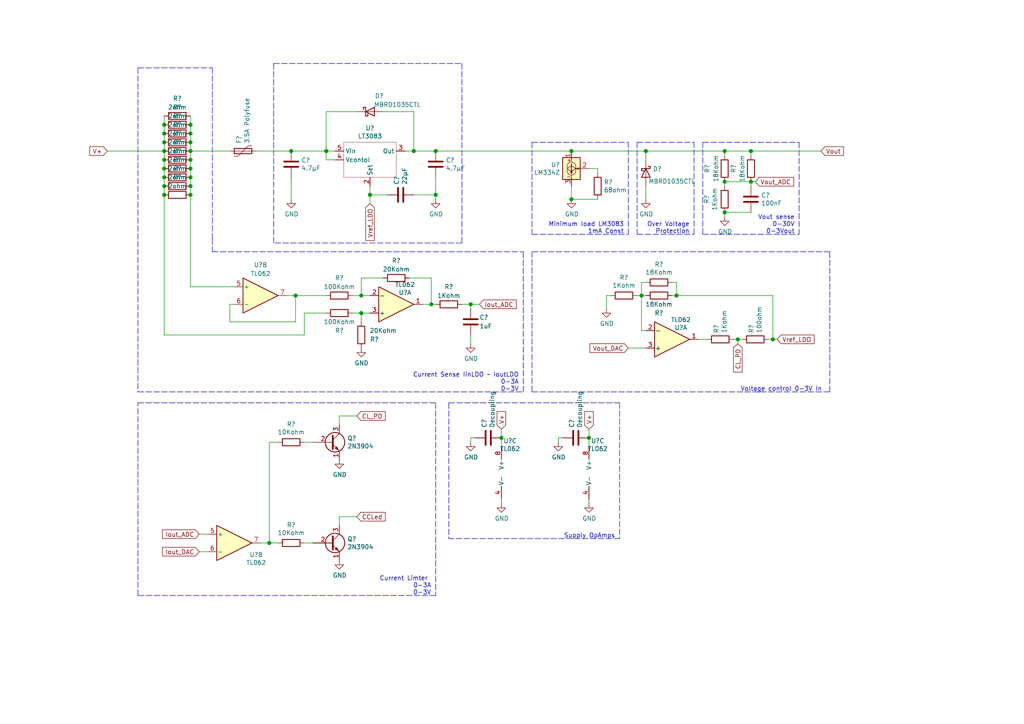
<source format=kicad_sch>
(kicad_sch (version 20210126) (generator eeschema)
  (paper "A4")
  (lib_symbols
    (symbol "01-Global-LIB:LT3083"
      (property "Reference" "U" (at 0 0 0))
      (property "Value" "LT3083" (at 0 -5.08 0))
      (symbol "LT3083_0_1"
        (rectangle (start -7.62 -2.54) (end 7.62 -12.7) (stroke (width 0.0006)))
      )
      (symbol "LT3083_1_1"
        (pin input line (at -10.16 -5.08 0) (length 2.54) (name "Vin") (number "5"))
        (pin input line (at -10.16 -7.62 0) (length 2.54) (name "Vcontol") (number "4"))
        (pin input line (at 10.16 -5.08 180) (length 2.54) (name "Out") (number "3"))
        (pin input line (at 0 -15.24 90) (length 2.54) (name "Set") (number "2"))
      )
    )
    (symbol "Amplifier_Operational:TL062" (pin_names (offset 0.127))
      (property "Reference" "U" (at 0 5.08 0))
      (property "Value" "TL062" (at 0 -5.08 0))
      (symbol "TL062_1_1"
        (polyline (pts (xy -5.08 5.08) (xy 5.08 0) (xy -5.08 -5.08) (xy -5.08 5.08)) (stroke (width 0.254)) (fill (type background)))
        (pin output line (at 7.62 0 180) (length 2.54) (name "~") (number "1"))
        (pin input line (at -7.62 -2.54 0) (length 2.54) (name "-") (number "2"))
        (pin input line (at -7.62 2.54 0) (length 2.54) (name "+") (number "3"))
      )
      (symbol "TL062_2_1"
        (polyline (pts (xy -5.08 5.08) (xy 5.08 0) (xy -5.08 -5.08) (xy -5.08 5.08)) (stroke (width 0.254)) (fill (type background)))
        (pin input line (at -7.62 2.54 0) (length 2.54) (name "+") (number "5"))
        (pin input line (at -7.62 -2.54 0) (length 2.54) (name "-") (number "6"))
        (pin output line (at 7.62 0 180) (length 2.54) (name "~") (number "7"))
      )
      (symbol "TL062_3_1"
        (pin power_in line (at -2.54 -7.62 90) (length 3.81) (name "V-") (number "4"))
        (pin power_in line (at -2.54 7.62 270) (length 3.81) (name "V+") (number "8"))
      )
    )
    (symbol "Amplifier_Operational:TL062_2" (pin_names (offset 0.127))
      (property "Reference" "U" (at 0 5.08 0))
      (property "Value" "TL062" (at 0 -5.08 0))
      (symbol "TL062_2_1_1"
        (polyline (pts (xy -5.08 5.08) (xy 5.08 0) (xy -5.08 -5.08) (xy -5.08 5.08)) (stroke (width 0.254)) (fill (type background)))
        (pin output line (at 7.62 0 180) (length 2.54) (name "~") (number "1"))
        (pin input line (at -7.62 -2.54 0) (length 2.54) (name "-") (number "2"))
        (pin input line (at -7.62 2.54 0) (length 2.54) (name "+") (number "3"))
      )
      (symbol "TL062_2_2_1"
        (polyline (pts (xy -5.08 5.08) (xy 5.08 0) (xy -5.08 -5.08) (xy -5.08 5.08)) (stroke (width 0.254)) (fill (type background)))
        (pin input line (at -7.62 2.54 0) (length 2.54) (name "+") (number "5"))
        (pin input line (at -7.62 -2.54 0) (length 2.54) (name "-") (number "6"))
        (pin output line (at 7.62 0 180) (length 2.54) (name "~") (number "7"))
      )
      (symbol "TL062_2_3_1"
        (pin power_in line (at -2.54 -7.62 90) (length 3.81) (name "V-") (number "4"))
        (pin power_in line (at -2.54 7.62 270) (length 3.81) (name "V+") (number "8"))
      )
    )
    (symbol "Amplifier_Operational:TL062_3" (pin_names (offset 0.127))
      (property "Reference" "U" (at 0 5.08 0))
      (property "Value" "TL062" (at 0 -5.08 0))
      (symbol "TL062_3_1_1"
        (polyline (pts (xy -5.08 5.08) (xy 5.08 0) (xy -5.08 -5.08) (xy -5.08 5.08)) (stroke (width 0.254)) (fill (type background)))
        (pin output line (at 7.62 0 180) (length 2.54) (name "~") (number "1"))
        (pin input line (at -7.62 -2.54 0) (length 2.54) (name "-") (number "2"))
        (pin input line (at -7.62 2.54 0) (length 2.54) (name "+") (number "3"))
      )
      (symbol "TL062_3_2_1"
        (polyline (pts (xy -5.08 5.08) (xy 5.08 0) (xy -5.08 -5.08) (xy -5.08 5.08)) (stroke (width 0.254)) (fill (type background)))
        (pin input line (at -7.62 2.54 0) (length 2.54) (name "+") (number "5"))
        (pin input line (at -7.62 -2.54 0) (length 2.54) (name "-") (number "6"))
        (pin output line (at 7.62 0 180) (length 2.54) (name "~") (number "7"))
      )
      (symbol "TL062_3_3_1"
        (pin power_in line (at -2.54 -7.62 90) (length 3.81) (name "V-") (number "4"))
        (pin power_in line (at -2.54 7.62 270) (length 3.81) (name "V+") (number "8"))
      )
    )
    (symbol "Amplifier_Operational:TL062_4" (pin_names (offset 0.127))
      (property "Reference" "U" (at 0 5.08 0))
      (property "Value" "TL062" (at 0 -5.08 0))
      (symbol "TL062_4_1_1"
        (polyline (pts (xy -5.08 5.08) (xy 5.08 0) (xy -5.08 -5.08) (xy -5.08 5.08)) (stroke (width 0.254)) (fill (type background)))
        (pin output line (at 7.62 0 180) (length 2.54) (name "~") (number "1"))
        (pin input line (at -7.62 -2.54 0) (length 2.54) (name "-") (number "2"))
        (pin input line (at -7.62 2.54 0) (length 2.54) (name "+") (number "3"))
      )
      (symbol "TL062_4_2_1"
        (polyline (pts (xy -5.08 5.08) (xy 5.08 0) (xy -5.08 -5.08) (xy -5.08 5.08)) (stroke (width 0.254)) (fill (type background)))
        (pin input line (at -7.62 2.54 0) (length 2.54) (name "+") (number "5"))
        (pin input line (at -7.62 -2.54 0) (length 2.54) (name "-") (number "6"))
        (pin output line (at 7.62 0 180) (length 2.54) (name "~") (number "7"))
      )
      (symbol "TL062_4_3_1"
        (pin power_in line (at -2.54 -7.62 90) (length 3.81) (name "V-") (number "4"))
        (pin power_in line (at -2.54 7.62 270) (length 3.81) (name "V+") (number "8"))
      )
    )
    (symbol "Device:C" (pin_numbers hide) (pin_names (offset 0.254))
      (property "Reference" "C" (at 0.635 2.54 0))
      (property "Value" "C" (at 0.635 -2.54 0))
      (symbol "C_0_1"
        (polyline (pts (xy -2.032 -0.762) (xy 2.032 -0.762)) (stroke (width 0.508)))
        (polyline (pts (xy -2.032 0.762) (xy 2.032 0.762)) (stroke (width 0.508)))
      )
      (symbol "C_1_1"
        (pin passive line (at 0 3.81 270) (length 2.794) (name "~") (number "1"))
        (pin passive line (at 0 -3.81 90) (length 2.794) (name "~") (number "2"))
      )
    )
    (symbol "Device:D_Schottky" (pin_numbers hide) (pin_names (offset 1.016) hide)
      (property "Reference" "D" (at 0 2.54 0))
      (property "Value" "D_Schottky" (at 0 -2.54 0))
      (symbol "D_Schottky_0_1"
        (polyline (pts (xy 1.27 0) (xy -1.27 0)))
        (polyline (pts (xy 1.27 1.27) (xy 1.27 -1.27) (xy -1.27 0) (xy 1.27 1.27)) (stroke (width 0.254)))
        (polyline (pts (xy -1.905 0.635) (xy -1.905 1.27) (xy -1.27 1.27) (xy -1.27 -1.27) (xy -0.635 -1.27) (xy -0.635 -0.635)) (stroke (width 0.254)))
      )
      (symbol "D_Schottky_1_1"
        (pin passive line (at -3.81 0 0) (length 2.54) (name "K") (number "1"))
        (pin passive line (at 3.81 0 180) (length 2.54) (name "A") (number "2"))
      )
    )
    (symbol "Device:Polyfuse" (pin_numbers hide) (pin_names (offset 0))
      (property "Reference" "F" (at -2.54 0 90))
      (property "Value" "Polyfuse" (at 2.54 0 90))
      (symbol "Polyfuse_0_1"
        (rectangle (start -0.762 2.54) (end 0.762 -2.54) (stroke (width 0.254)))
        (polyline (pts (xy 0 2.54) (xy 0 -2.54)))
        (polyline (pts (xy -1.524 2.54) (xy -1.524 1.524) (xy 1.524 -1.524) (xy 1.524 -2.54)))
      )
      (symbol "Polyfuse_1_1"
        (pin passive line (at 0 3.81 270) (length 1.27) (name "~") (number "1"))
        (pin passive line (at 0 -3.81 90) (length 1.27) (name "~") (number "2"))
      )
    )
    (symbol "Device:R" (pin_numbers hide) (pin_names (offset 0))
      (property "Reference" "R" (at 2.032 0 90))
      (property "Value" "R" (at 0 0 90))
      (symbol "R_0_1"
        (rectangle (start -1.016 -2.54) (end 1.016 2.54) (stroke (width 0.254)))
      )
      (symbol "R_1_1"
        (pin passive line (at 0 3.81 270) (length 1.27) (name "~") (number "1"))
        (pin passive line (at 0 -3.81 90) (length 1.27) (name "~") (number "2"))
      )
    )
    (symbol "Reference_Current:LM334Z"
      (property "Reference" "U" (at 0.635 6.35 0))
      (property "Value" "LM334Z" (at 0.635 4.445 0))
      (symbol "LM334Z_0_1"
        (circle (center 0 -0.635) (radius 1.27))
        (circle (center 0 0.635) (radius 1.27))
        (rectangle (start -2.54 3.175) (end 2.54 -3.175) (stroke (width 0.254)) (fill (type background)))
        (polyline (pts (xy -1.143 -2.413) (xy -0.381 -2.413)))
        (polyline (pts (xy -1.016 2.413) (xy -0.254 2.413)))
        (polyline (pts (xy -0.635 2.794) (xy -0.635 2.032)))
        (polyline (pts (xy 0 -1.905) (xy 0 -5.08)))
        (polyline (pts (xy 0 1.397) (xy 0 -1.397)) (stroke (width 0.254)))
        (polyline (pts (xy 0 5.08) (xy 0 1.905)))
        (polyline (pts (xy 2.54 0) (xy 1.27 0)))
        (polyline (pts (xy 0 -1.397) (xy -0.254 -0.889) (xy 0.254 -0.889) (xy 0 -1.397)) (stroke (width 0.254)))
        (polyline (pts (xy 1.27 0) (xy 2.159 0.254) (xy 2.159 -0.254) (xy 1.27 0)))
      )
      (symbol "LM334Z_1_1"
        (pin passive line (at 0 5.08 270) (length 2.54) (name "~") (number "1"))
        (pin passive line (at 5.08 0 180) (length 2.54) (name "~") (number "2"))
        (pin passive line (at 0 -5.08 90) (length 2.54) (name "~") (number "3"))
      )
    )
    (symbol "Transistor_BJT:2N3904" (pin_names (offset 0) hide)
      (property "Reference" "Q" (at 5.08 1.905 0))
      (property "Value" "2N3904" (at 5.08 0 0))
      (symbol "2N3904_0_1"
        (circle (center 1.27 0) (radius 2.8194) (stroke (width 0.254)))
        (polyline (pts (xy 0.635 0.635) (xy 2.54 2.54)))
        (polyline (pts (xy 0.635 -0.635) (xy 2.54 -2.54) (xy 2.54 -2.54)))
        (polyline (pts (xy 0.635 1.905) (xy 0.635 -1.905) (xy 0.635 -1.905)) (stroke (width 0.508)))
        (polyline (pts (xy 1.27 -1.778) (xy 1.778 -1.27) (xy 2.286 -2.286) (xy 1.27 -1.778) (xy 1.27 -1.778)) (fill (type outline)))
      )
      (symbol "2N3904_1_1"
        (pin passive line (at 2.54 -5.08 90) (length 2.54) (name "E") (number "1"))
        (pin passive line (at -5.08 0 0) (length 5.715) (name "B") (number "2"))
        (pin passive line (at 2.54 5.08 270) (length 2.54) (name "C") (number "3"))
      )
    )
    (symbol "power:GND" (power) (pin_names (offset 0))
      (property "Value" "GND" (at 0 -3.81 0))
      (symbol "GND_0_1"
        (polyline (pts (xy 0 0) (xy 0 -1.27) (xy 1.27 -1.27) (xy 0 -2.54) (xy -1.27 -1.27) (xy 0 -1.27)))
      )
      (symbol "GND_1_1"
        (pin power_in line (at 0 0 270) (length 0) hide (name "GND") (number "1"))
      )
    )
  )
  (junction (at 47.625 36.195) (diameter 1.016))
  (junction (at 47.625 38.735) (diameter 1.016))
  (junction (at 47.625 41.275) (diameter 1.016))
  (junction (at 47.625 43.815) (diameter 1.016))
  (junction (at 47.625 46.355) (diameter 1.016))
  (junction (at 47.625 48.895) (diameter 1.016))
  (junction (at 47.625 51.435) (diameter 1.016))
  (junction (at 47.625 53.975) (diameter 1.016))
  (junction (at 47.625 56.515) (diameter 1.016))
  (junction (at 55.245 36.195) (diameter 1.016))
  (junction (at 55.245 38.735) (diameter 1.016))
  (junction (at 55.245 41.275) (diameter 1.016))
  (junction (at 55.245 43.815) (diameter 1.016))
  (junction (at 55.245 46.355) (diameter 1.016))
  (junction (at 55.245 48.895) (diameter 1.016))
  (junction (at 55.245 51.435) (diameter 1.016))
  (junction (at 55.245 53.975) (diameter 1.016))
  (junction (at 55.245 56.515) (diameter 1.016))
  (junction (at 78.105 157.48) (diameter 1.016))
  (junction (at 84.455 43.815) (diameter 1.016))
  (junction (at 85.725 85.725) (diameter 1.016))
  (junction (at 94.615 43.815) (diameter 1.016))
  (junction (at 104.775 85.725) (diameter 1.016))
  (junction (at 104.775 90.805) (diameter 1.016))
  (junction (at 107.315 56.515) (diameter 1.016))
  (junction (at 120.015 43.815) (diameter 1.016))
  (junction (at 125.095 88.265) (diameter 1.016))
  (junction (at 126.365 43.815) (diameter 1.016))
  (junction (at 126.365 56.515) (diameter 1.016))
  (junction (at 136.525 88.265) (diameter 1.016))
  (junction (at 145.415 127) (diameter 1.016))
  (junction (at 165.735 43.815) (diameter 1.016))
  (junction (at 165.735 57.785) (diameter 1.016))
  (junction (at 170.815 127) (diameter 1.016))
  (junction (at 186.055 85.725) (diameter 1.016))
  (junction (at 187.325 43.815) (diameter 1.016))
  (junction (at 196.215 85.725) (diameter 1.016))
  (junction (at 210.185 43.815) (diameter 1.016))
  (junction (at 210.185 52.705) (diameter 1.016))
  (junction (at 210.185 61.595) (diameter 1.016))
  (junction (at 213.995 98.425) (diameter 1.016))
  (junction (at 217.805 43.815) (diameter 1.016))
  (junction (at 217.805 52.705) (diameter 1.016))
  (junction (at 224.155 98.425) (diameter 1.016))
  (wire (pts (xy 31.115 43.815) (xy 47.625 43.815)))
  (wire (pts (xy 47.625 33.655) (xy 47.625 36.195)))
  (wire (pts (xy 47.625 36.195) (xy 47.625 38.735)))
  (wire (pts (xy 47.625 38.735) (xy 47.625 41.275)))
  (wire (pts (xy 47.625 41.275) (xy 47.625 43.815)))
  (wire (pts (xy 47.625 43.815) (xy 47.625 46.355)))
  (wire (pts (xy 47.625 46.355) (xy 47.625 48.895)))
  (wire (pts (xy 47.625 48.895) (xy 47.625 51.435)))
  (wire (pts (xy 47.625 51.435) (xy 47.625 53.975)))
  (wire (pts (xy 47.625 53.975) (xy 47.625 56.515)))
  (wire (pts (xy 47.625 56.515) (xy 47.625 97.155)))
  (wire (pts (xy 47.625 97.155) (xy 88.265 97.155)))
  (wire (pts (xy 55.245 33.655) (xy 55.245 36.195)))
  (wire (pts (xy 55.245 36.195) (xy 55.245 38.735)))
  (wire (pts (xy 55.245 38.735) (xy 55.245 41.275)))
  (wire (pts (xy 55.245 41.275) (xy 55.245 43.815)))
  (wire (pts (xy 55.245 43.815) (xy 55.245 46.355)))
  (wire (pts (xy 55.245 43.815) (xy 66.675 43.815)))
  (wire (pts (xy 55.245 46.355) (xy 55.245 48.895)))
  (wire (pts (xy 55.245 48.895) (xy 55.245 51.435)))
  (wire (pts (xy 55.245 51.435) (xy 55.245 53.975)))
  (wire (pts (xy 55.245 53.975) (xy 55.245 56.515)))
  (wire (pts (xy 55.245 56.515) (xy 55.245 83.185)))
  (wire (pts (xy 55.245 83.185) (xy 67.945 83.185)))
  (wire (pts (xy 57.785 154.94) (xy 60.325 154.94)))
  (wire (pts (xy 57.785 160.02) (xy 60.325 160.02)))
  (wire (pts (xy 66.675 88.265) (xy 66.675 93.345)))
  (wire (pts (xy 66.675 93.345) (xy 85.725 93.345)))
  (wire (pts (xy 67.945 88.265) (xy 66.675 88.265)))
  (wire (pts (xy 74.295 43.815) (xy 84.455 43.815)))
  (wire (pts (xy 78.105 128.27) (xy 78.105 157.48)))
  (wire (pts (xy 78.105 157.48) (xy 75.565 157.48)))
  (wire (pts (xy 78.105 157.48) (xy 80.645 157.48)))
  (wire (pts (xy 80.645 128.27) (xy 78.105 128.27)))
  (wire (pts (xy 83.185 85.725) (xy 85.725 85.725)))
  (wire (pts (xy 84.455 43.815) (xy 94.615 43.815)))
  (wire (pts (xy 84.455 51.435) (xy 84.455 57.785)))
  (wire (pts (xy 85.725 85.725) (xy 94.615 85.725)))
  (wire (pts (xy 85.725 93.345) (xy 85.725 85.725)))
  (wire (pts (xy 88.265 90.805) (xy 88.265 97.155)))
  (wire (pts (xy 88.265 128.27) (xy 90.805 128.27)))
  (wire (pts (xy 88.265 157.48) (xy 90.805 157.48)))
  (wire (pts (xy 94.615 32.385) (xy 94.615 43.815)))
  (wire (pts (xy 94.615 43.815) (xy 94.615 46.355)))
  (wire (pts (xy 94.615 43.815) (xy 97.155 43.815)))
  (wire (pts (xy 94.615 46.355) (xy 97.155 46.355)))
  (wire (pts (xy 94.615 90.805) (xy 88.265 90.805)))
  (wire (pts (xy 98.425 120.65) (xy 103.505 120.65)))
  (wire (pts (xy 98.425 123.19) (xy 98.425 120.65)))
  (wire (pts (xy 98.425 149.86) (xy 103.505 149.86)))
  (wire (pts (xy 98.425 152.4) (xy 98.425 149.86)))
  (wire (pts (xy 102.235 85.725) (xy 104.775 85.725)))
  (wire (pts (xy 102.235 90.805) (xy 104.775 90.805)))
  (wire (pts (xy 103.505 32.385) (xy 94.615 32.385)))
  (wire (pts (xy 104.775 80.645) (xy 104.775 85.725)))
  (wire (pts (xy 104.775 85.725) (xy 107.315 85.725)))
  (wire (pts (xy 104.775 90.805) (xy 104.775 93.345)))
  (wire (pts (xy 104.775 90.805) (xy 107.315 90.805)))
  (wire (pts (xy 107.315 53.975) (xy 107.315 56.515)))
  (wire (pts (xy 107.315 56.515) (xy 107.315 59.055)))
  (wire (pts (xy 107.315 56.515) (xy 112.395 56.515)))
  (wire (pts (xy 111.125 32.385) (xy 120.015 32.385)))
  (wire (pts (xy 111.125 80.645) (xy 104.775 80.645)))
  (wire (pts (xy 117.475 43.815) (xy 120.015 43.815)))
  (wire (pts (xy 118.745 80.645) (xy 125.095 80.645)))
  (wire (pts (xy 120.015 43.815) (xy 120.015 32.385)))
  (wire (pts (xy 120.015 43.815) (xy 126.365 43.815)))
  (wire (pts (xy 120.015 56.515) (xy 126.365 56.515)))
  (wire (pts (xy 122.555 88.265) (xy 125.095 88.265)))
  (wire (pts (xy 125.095 80.645) (xy 125.095 88.265)))
  (wire (pts (xy 125.095 88.265) (xy 126.365 88.265)))
  (wire (pts (xy 126.365 51.435) (xy 126.365 56.515)))
  (wire (pts (xy 126.365 56.515) (xy 126.365 57.785)))
  (wire (pts (xy 133.985 88.265) (xy 136.525 88.265)))
  (wire (pts (xy 136.525 88.265) (xy 136.525 89.535)))
  (wire (pts (xy 136.525 88.265) (xy 139.065 88.265)))
  (wire (pts (xy 136.525 97.155) (xy 136.525 99.695)))
  (wire (pts (xy 136.525 127) (xy 137.795 127)))
  (wire (pts (xy 136.525 128.27) (xy 136.525 127)))
  (wire (pts (xy 145.415 124.46) (xy 145.415 127)))
  (wire (pts (xy 145.415 127) (xy 145.415 129.54)))
  (wire (pts (xy 145.415 144.78) (xy 145.415 146.05)))
  (wire (pts (xy 161.925 127) (xy 163.195 127)))
  (wire (pts (xy 161.925 128.27) (xy 161.925 127)))
  (wire (pts (xy 165.735 43.815) (xy 126.365 43.815)))
  (wire (pts (xy 165.735 53.975) (xy 165.735 57.785)))
  (wire (pts (xy 165.735 57.785) (xy 173.355 57.785)))
  (wire (pts (xy 170.815 48.895) (xy 173.355 48.895)))
  (wire (pts (xy 170.815 124.46) (xy 170.815 127)))
  (wire (pts (xy 170.815 127) (xy 170.815 129.54)))
  (wire (pts (xy 170.815 144.78) (xy 170.815 146.05)))
  (wire (pts (xy 173.355 48.895) (xy 173.355 50.165)))
  (wire (pts (xy 175.895 85.725) (xy 175.895 89.535)))
  (wire (pts (xy 175.895 85.725) (xy 177.165 85.725)))
  (wire (pts (xy 182.245 100.965) (xy 187.325 100.965)))
  (wire (pts (xy 184.785 85.725) (xy 186.055 85.725)))
  (wire (pts (xy 186.055 81.915) (xy 186.055 85.725)))
  (wire (pts (xy 186.055 85.725) (xy 186.055 95.885)))
  (wire (pts (xy 186.055 85.725) (xy 187.325 85.725)))
  (wire (pts (xy 186.055 95.885) (xy 187.325 95.885)))
  (wire (pts (xy 187.325 43.815) (xy 165.735 43.815)))
  (wire (pts (xy 187.325 43.815) (xy 187.325 46.355)))
  (wire (pts (xy 187.325 43.815) (xy 210.185 43.815)))
  (wire (pts (xy 187.325 53.975) (xy 187.325 57.785)))
  (wire (pts (xy 187.325 81.915) (xy 186.055 81.915)))
  (wire (pts (xy 194.945 85.725) (xy 196.215 85.725)))
  (wire (pts (xy 196.215 81.915) (xy 194.945 81.915)))
  (wire (pts (xy 196.215 85.725) (xy 196.215 81.915)))
  (wire (pts (xy 202.565 98.425) (xy 205.105 98.425)))
  (wire (pts (xy 210.185 43.815) (xy 210.185 45.085)))
  (wire (pts (xy 210.185 43.815) (xy 217.805 43.815)))
  (wire (pts (xy 210.185 52.705) (xy 217.805 52.705)))
  (wire (pts (xy 210.185 53.975) (xy 210.185 52.705)))
  (wire (pts (xy 210.185 61.595) (xy 210.185 62.865)))
  (wire (pts (xy 212.725 98.425) (xy 213.995 98.425)))
  (wire (pts (xy 213.995 98.425) (xy 213.995 99.695)))
  (wire (pts (xy 213.995 98.425) (xy 215.265 98.425)))
  (wire (pts (xy 217.805 43.815) (xy 217.805 45.085)))
  (wire (pts (xy 217.805 43.815) (xy 238.125 43.815)))
  (wire (pts (xy 217.805 52.705) (xy 217.805 53.975)))
  (wire (pts (xy 217.805 52.705) (xy 219.075 52.705)))
  (wire (pts (xy 217.805 61.595) (xy 210.185 61.595)))
  (wire (pts (xy 222.885 98.425) (xy 224.155 98.425)))
  (wire (pts (xy 224.155 85.725) (xy 196.215 85.725)))
  (wire (pts (xy 224.155 85.725) (xy 224.155 98.425)))
  (wire (pts (xy 224.155 98.425) (xy 225.425 98.425)))
  (polyline (pts (xy 40.005 19.685) (xy 40.005 113.665)) (stroke (width 0) (type dash)))
  (polyline (pts (xy 40.005 19.685) (xy 61.595 19.685)) (stroke (width 0) (type dash)))
  (polyline (pts (xy 40.005 113.665) (xy 151.765 113.665)) (stroke (width 0) (type dash)))
  (polyline (pts (xy 40.005 116.84) (xy 126.365 116.84)) (stroke (width 0) (type dash)))
  (polyline (pts (xy 40.005 172.72) (xy 40.005 116.84)) (stroke (width 0) (type dash)))
  (polyline (pts (xy 61.595 19.685) (xy 61.595 69.215)) (stroke (width 0) (type dash)))
  (polyline (pts (xy 61.595 69.215) (xy 61.595 73.025)) (stroke (width 0) (type dash)))
  (polyline (pts (xy 61.595 73.025) (xy 151.765 73.025)) (stroke (width 0) (type dash)))
  (polyline (pts (xy 79.375 18.415) (xy 79.375 70.485)) (stroke (width 0) (type dash)))
  (polyline (pts (xy 79.375 18.415) (xy 133.985 18.415)) (stroke (width 0) (type dash)))
  (polyline (pts (xy 126.365 116.84) (xy 126.365 172.72)) (stroke (width 0) (type dash)))
  (polyline (pts (xy 126.365 172.72) (xy 40.005 172.72)) (stroke (width 0) (type dash)))
  (polyline (pts (xy 130.175 116.84) (xy 130.175 156.21)) (stroke (width 0) (type dash)))
  (polyline (pts (xy 130.175 116.84) (xy 179.705 116.84)) (stroke (width 0) (type dash)))
  (polyline (pts (xy 133.985 18.415) (xy 133.985 70.485)) (stroke (width 0) (type dash)))
  (polyline (pts (xy 133.985 70.485) (xy 79.375 70.485)) (stroke (width 0) (type dash)))
  (polyline (pts (xy 151.765 113.665) (xy 151.765 73.025)) (stroke (width 0) (type dash)))
  (polyline (pts (xy 154.305 41.275) (xy 154.305 67.945)) (stroke (width 0) (type dash)))
  (polyline (pts (xy 154.305 41.275) (xy 182.245 41.275)) (stroke (width 0) (type dash)))
  (polyline (pts (xy 154.305 67.945) (xy 182.245 67.945)) (stroke (width 0) (type dash)))
  (polyline (pts (xy 154.305 73.025) (xy 154.305 113.665)) (stroke (width 0) (type dash)))
  (polyline (pts (xy 154.305 113.665) (xy 240.665 113.665)) (stroke (width 0) (type dash)))
  (polyline (pts (xy 179.705 116.84) (xy 179.705 156.21)) (stroke (width 0) (type dash)))
  (polyline (pts (xy 179.705 156.21) (xy 130.175 156.21)) (stroke (width 0) (type dash)))
  (polyline (pts (xy 182.245 67.945) (xy 182.245 41.275)) (stroke (width 0) (type dash)))
  (polyline (pts (xy 184.785 41.275) (xy 184.785 67.945)) (stroke (width 0) (type dash)))
  (polyline (pts (xy 184.785 41.275) (xy 201.295 41.275)) (stroke (width 0) (type dash)))
  (polyline (pts (xy 184.785 67.945) (xy 201.295 67.945)) (stroke (width 0) (type dash)))
  (polyline (pts (xy 201.295 67.945) (xy 201.295 41.275)) (stroke (width 0) (type dash)))
  (polyline (pts (xy 203.835 41.275) (xy 231.775 41.275)) (stroke (width 0) (type dash)))
  (polyline (pts (xy 203.835 67.945) (xy 203.835 41.275)) (stroke (width 0) (type dash)))
  (polyline (pts (xy 203.835 67.945) (xy 231.775 67.945)) (stroke (width 0) (type dash)))
  (polyline (pts (xy 231.775 41.275) (xy 231.775 67.945)) (stroke (width 0) (type dash)))
  (polyline (pts (xy 240.665 73.025) (xy 154.305 73.025)) (stroke (width 0) (type dash)))
  (polyline (pts (xy 240.665 113.665) (xy 240.665 73.025)) (stroke (width 0) (type dash)))
  (text "Current Limter \n0-3A\n0-3V\n" (at 125.095 172.72 180) (effects (font (size 1.27 1.27)) (justify right bottom)))
  (text "Current Sense IinLDO ~~ IoutLDO\n0-3A\n0-3V\n" (at 150.495 113.665 180) (effects (font (size 1.27 1.27)) (justify right bottom)))
  (text "Supply OpAmps\n" (at 178.435 156.21 180) (effects (font (size 1.27 1.27)) (justify right bottom)))
  (text "Minimum load LM3083\n1mA Const\n" (at 180.975 67.945 180) (effects (font (size 1.27 1.27)) (justify right bottom)))
  (text "Over Voltage\nProtection" (at 200.025 67.945 180) (effects (font (size 1.27 1.27)) (justify right bottom)))
  (text "Vout sense\n0-30V\n0-3Vout\n" (at 230.505 67.945 180) (effects (font (size 1.27 1.27)) (justify right bottom)))
  (text "Voltage control 0-3V In \n" (at 239.395 113.665 180) (effects (font (size 1.27 1.27)) (justify right bottom)))
  (text "\n" (at 248.285 165.735 180) (effects (font (size 1.27 1.27)) (justify right bottom)))
  (global_label "V+" (shape input) (at 31.115 43.815 180) (property "Intersheet References" "${INTERSHEET_REFS}" (effects hide)))
  (global_label "Iout_ADC" (shape input) (at 57.785 154.94 180) (property "Intersheet References" "${INTERSHEET_REFS}" (effects hide)))
  (global_label "Iout_DAC" (shape input) (at 57.785 160.02 180) (property "Intersheet References" "${INTERSHEET_REFS}" (effects hide)))
  (global_label "CL_PD" (shape input) (at 103.505 120.65 0) (property "Intersheet References" "${INTERSHEET_REFS}" (effects hide)))
  (global_label "CCLed" (shape input) (at 103.505 149.86 0) (property "Intersheet References" "${INTERSHEET_REFS}" (effects hide)))
  (global_label "Vref_LDO" (shape input) (at 107.315 59.055 270) (property "Intersheet References" "${INTERSHEET_REFS}" (effects hide)))
  (global_label "Iout_ADC" (shape input) (at 139.065 88.265 0) (property "Intersheet References" "${INTERSHEET_REFS}" (effects hide)))
  (global_label "V+" (shape input) (at 145.415 124.46 90) (property "Intersheet References" "${INTERSHEET_REFS}" (effects hide)))
  (global_label "V+" (shape input) (at 170.815 124.46 90) (property "Intersheet References" "${INTERSHEET_REFS}" (effects hide)))
  (global_label "Vout_DAC" (shape input) (at 182.245 100.965 180) (property "Intersheet References" "${INTERSHEET_REFS}" (effects hide)))
  (global_label "CL_PD" (shape input) (at 213.995 99.695 270) (property "Intersheet References" "${INTERSHEET_REFS}" (effects hide)))
  (global_label "Vout_ADC" (shape input) (at 219.075 52.705 0) (property "Intersheet References" "${INTERSHEET_REFS}" (effects hide)))
  (global_label "Vref_LDO" (shape input) (at 225.425 98.425 0) (property "Intersheet References" "${INTERSHEET_REFS}" (effects hide)))
  (global_label "Vout" (shape input) (at 238.125 43.815 0) (property "Intersheet References" "${INTERSHEET_REFS}" (effects hide)))
  (symbol (lib_id "power:GND") (at 84.455 57.785 0) (unit 1)
    (property "Reference" "#PWR?" (effects hide))
    (property "Value" "GND" (at 84.5693 62.1094 0))
  )
  (symbol (lib_id "power:GND") (at 98.425 133.35 0) (unit 1)
    (property "Reference" "#PWR?" (effects hide))
    (property "Value" "GND" (at 98.5393 137.6744 0))
  )
  (symbol (lib_id "power:GND") (at 98.425 162.56 0) (unit 1)
    (property "Reference" "#PWR?" (effects hide))
    (property "Value" "GND" (at 98.5393 166.8844 0))
  )
  (symbol (lib_id "power:GND") (at 104.775 100.965 0) (unit 1)
    (property "Reference" "#PWR?" (effects hide))
    (property "Value" "GND" (at 104.8893 105.2894 0))
  )
  (symbol (lib_id "power:GND") (at 126.365 57.785 0) (unit 1)
    (property "Reference" "#PWR?" (effects hide))
    (property "Value" "GND" (at 126.4793 62.1094 0))
  )
  (symbol (lib_id "power:GND") (at 136.525 99.695 0) (unit 1)
    (property "Reference" "#PWR?" (effects hide))
    (property "Value" "GND" (at 136.6393 104.0194 0))
  )
  (symbol (lib_id "power:GND") (at 136.525 128.27 0) (unit 1)
    (property "Reference" "#PWR?" (effects hide))
    (property "Value" "GND" (at 136.6393 132.5944 0))
  )
  (symbol (lib_id "power:GND") (at 145.415 146.05 0) (unit 1)
    (property "Reference" "#PWR?" (effects hide))
    (property "Value" "GND" (at 145.5293 150.3744 0))
  )
  (symbol (lib_id "power:GND") (at 161.925 128.27 0) (unit 1)
    (property "Reference" "#PWR?" (effects hide))
    (property "Value" "GND" (at 162.0393 132.5944 0))
  )
  (symbol (lib_id "power:GND") (at 165.735 57.785 0) (unit 1)
    (property "Reference" "#PWR?" (effects hide))
    (property "Value" "GND" (at 165.8493 62.1094 0))
  )
  (symbol (lib_id "power:GND") (at 170.815 146.05 0) (unit 1)
    (property "Reference" "#PWR?" (effects hide))
    (property "Value" "GND" (at 170.9293 150.3744 0))
  )
  (symbol (lib_id "power:GND") (at 175.895 89.535 0) (unit 1)
    (property "Reference" "#PWR?" (effects hide))
    (property "Value" "GND" (at 176.0093 93.8594 0))
  )
  (symbol (lib_id "power:GND") (at 187.325 57.785 0) (unit 1)
    (property "Reference" "#PWR?" (effects hide))
    (property "Value" "GND" (at 187.4393 62.1094 0))
  )
  (symbol (lib_id "power:GND") (at 210.185 62.865 0) (unit 1)
    (property "Reference" "#PWR?" (effects hide))
    (property "Value" "GND" (at 210.2993 67.1894 0))
  )
  (symbol (lib_id "Device:R") (at 51.435 33.655 90) (unit 1)
    (property "Reference" "R?" (at 51.435 28.575 90))
    (property "Value" "2ohm" (at 51.435 31.115 90))
    (property "Footprint" "Resistor_SMD:R_0805_2012Metric_Pad1.20x1.40mm_HandSolder" (effects hide))
    (property "Buylink" "C304864" (effects hide))
    (property "Orderd" "100" (effects hide))
  )
  (symbol (lib_id "Device:R") (at 51.435 36.195 90) (unit 1)
    (property "Reference" "R?" (at 51.435 31.115 90))
    (property "Value" "2ohm" (at 51.435 33.655 90))
    (property "Footprint" "Resistor_SMD:R_0805_2012Metric_Pad1.20x1.40mm_HandSolder" (effects hide))
    (property "Buylink" "C304864" (effects hide))
    (property "Orderd" "100" (effects hide))
  )
  (symbol (lib_id "Device:R") (at 51.435 38.735 90) (unit 1)
    (property "Reference" "R?" (at 51.435 33.655 90))
    (property "Value" "2ohm" (at 51.435 36.195 90))
    (property "Footprint" "Resistor_SMD:R_0805_2012Metric_Pad1.20x1.40mm_HandSolder" (effects hide))
    (property "Buylink" "C304864" (effects hide))
    (property "Orderd" "100" (effects hide))
  )
  (symbol (lib_id "Device:R") (at 51.435 41.275 90) (unit 1)
    (property "Reference" "R?" (at 51.435 36.195 90))
    (property "Value" "2ohm" (at 51.435 38.735 90))
    (property "Footprint" "Resistor_SMD:R_0805_2012Metric_Pad1.20x1.40mm_HandSolder" (effects hide))
    (property "Buylink" "C304864" (effects hide))
    (property "Orderd" "100" (effects hide))
  )
  (symbol (lib_id "Device:R") (at 51.435 43.815 90) (unit 1)
    (property "Reference" "R?" (at 51.435 38.735 90))
    (property "Value" "2ohm" (at 51.435 41.275 90))
    (property "Footprint" "Resistor_SMD:R_0805_2012Metric_Pad1.20x1.40mm_HandSolder" (effects hide))
    (property "Buylink" "C304864" (effects hide))
    (property "Orderd" "100" (effects hide))
  )
  (symbol (lib_id "Device:R") (at 51.435 46.355 90) (unit 1)
    (property "Reference" "R?" (at 51.435 41.275 90))
    (property "Value" "2ohm" (at 51.435 43.815 90))
    (property "Footprint" "Resistor_SMD:R_0805_2012Metric_Pad1.20x1.40mm_HandSolder" (effects hide))
    (property "Buylink" "C304864" (effects hide))
    (property "Orderd" "100" (effects hide))
  )
  (symbol (lib_id "Device:R") (at 51.435 48.895 90) (unit 1)
    (property "Reference" "R?" (at 51.435 43.815 90))
    (property "Value" "2ohm" (at 51.435 46.355 90))
    (property "Footprint" "Resistor_SMD:R_0805_2012Metric_Pad1.20x1.40mm_HandSolder" (effects hide))
    (property "Buylink" "C304864" (effects hide))
    (property "Orderd" "100" (effects hide))
  )
  (symbol (lib_id "Device:R") (at 51.435 51.435 90) (unit 1)
    (property "Reference" "R?" (at 51.435 46.355 90))
    (property "Value" "2ohm" (at 51.435 48.895 90))
    (property "Footprint" "Resistor_SMD:R_0805_2012Metric_Pad1.20x1.40mm_HandSolder" (effects hide))
    (property "Buylink" "C304864" (effects hide))
    (property "Orderd" "100" (effects hide))
  )
  (symbol (lib_id "Device:R") (at 51.435 53.975 90) (unit 1)
    (property "Reference" "R?" (at 51.435 48.895 90))
    (property "Value" "2ohm" (at 51.435 51.435 90))
    (property "Footprint" "Resistor_SMD:R_0805_2012Metric_Pad1.20x1.40mm_HandSolder" (effects hide))
    (property "Buylink" "C304864" (effects hide))
    (property "Orderd" "100" (effects hide))
  )
  (symbol (lib_id "Device:R") (at 51.435 56.515 90) (unit 1)
    (property "Reference" "R?" (at 51.435 51.435 90))
    (property "Value" "2ohm" (at 51.435 53.975 90))
    (property "Footprint" "Resistor_SMD:R_0805_2012Metric_Pad1.20x1.40mm_HandSolder" (effects hide))
    (property "Buylink" "C304864" (effects hide))
    (property "Orderd" "100" (effects hide))
  )
  (symbol (lib_id "Device:R") (at 84.455 128.27 90) (unit 1)
    (property "Reference" "R?" (at 84.455 123.0438 90))
    (property "Value" "10Kohm" (at 84.455 125.342 90))
    (property "Footprint" "Resistor_SMD:R_0805_2012Metric_Pad1.20x1.40mm_HandSolder" (effects hide))
  )
  (symbol (lib_id "Device:R") (at 84.455 157.48 90) (unit 1)
    (property "Reference" "R?" (at 84.455 152.2538 90))
    (property "Value" "10Kohm" (at 84.455 154.552 90))
    (property "Footprint" "Resistor_SMD:R_0805_2012Metric_Pad1.20x1.40mm_HandSolder" (effects hide))
  )
  (symbol (lib_id "Device:R") (at 98.425 85.725 90) (unit 1)
    (property "Reference" "R?" (at 98.425 80.645 90))
    (property "Value" "100Kohm" (at 98.425 83.185 90))
    (property "Footprint" "Resistor_SMD:R_0805_2012Metric_Pad1.20x1.40mm_HandSolder" (effects hide))
    (property "Buylink" "C473304" (effects hide))
    (property "Orderd" "100" (effects hide))
  )
  (symbol (lib_id "Device:R") (at 98.425 90.805 90) (unit 1)
    (property "Reference" "R?" (at 98.425 95.885 90))
    (property "Value" "100Kohm" (at 98.425 93.345 90))
    (property "Footprint" "Resistor_SMD:R_0805_2012Metric_Pad1.20x1.40mm_HandSolder" (effects hide))
    (property "Buylink" "C413705" (effects hide))
    (property "Orderd" "20" (effects hide))
  )
  (symbol (lib_id "Device:R") (at 104.775 97.155 180) (unit 1)
    (property "Reference" "R?" (at 108.585 98.425 0))
    (property "Value" "20Kohm" (at 111.125 95.885 0))
    (property "Footprint" "Resistor_SMD:R_0805_2012Metric_Pad1.20x1.40mm_HandSolder" (effects hide))
    (property "Buylink" "C473304" (effects hide))
    (property "Orderd" "100" (effects hide))
  )
  (symbol (lib_id "Device:R") (at 114.935 80.645 90) (unit 1)
    (property "Reference" "R?" (at 114.935 75.565 90))
    (property "Value" "20Kohm" (at 114.935 78.105 90))
    (property "Footprint" "Resistor_SMD:R_0805_2012Metric_Pad1.20x1.40mm_HandSolder" (effects hide))
    (property "Buylink" "C406726" (effects hide))
  )
  (symbol (lib_id "Device:R") (at 130.175 88.265 90) (unit 1)
    (property "Reference" "R?" (at 130.175 83.185 90))
    (property "Value" "1Kohm" (at 130.175 85.725 90))
    (property "Footprint" "Resistor_SMD:R_0805_2012Metric_Pad1.20x1.40mm_HandSolder" (effects hide))
    (property "Buylink" "C413712" (effects hide))
  )
  (symbol (lib_id "Device:R") (at 173.355 53.975 0) (unit 1)
    (property "Reference" "R?" (at 175.1331 52.8256 0) (effects (justify left)))
    (property "Value" "68ohm" (at 175.133 55.124 0) (effects (justify left)))
    (property "Footprint" "Resistor_SMD:R_0805_2012Metric_Pad1.20x1.40mm_HandSolder" (effects hide))
  )
  (symbol (lib_id "Device:R") (at 180.975 85.725 90) (unit 1)
    (property "Reference" "R?" (at 180.975 80.4988 90))
    (property "Value" "1Kohm" (at 180.975 82.798 90))
    (property "Footprint" "Resistor_SMD:R_0805_2012Metric_Pad1.20x1.40mm_HandSolder" (effects hide))
    (property "Buylink" "C413712" (effects hide))
  )
  (symbol (lib_id "Device:R") (at 191.135 81.915 90) (unit 1)
    (property "Reference" "R?" (at 191.135 76.6888 90))
    (property "Value" "18Kohm" (at 191.135 78.987 90))
    (property "Footprint" "Resistor_SMD:R_0805_2012Metric_Pad1.20x1.40mm_HandSolder" (effects hide))
    (property "Buylink" "C706223" (effects hide))
  )
  (symbol (lib_id "Device:R") (at 191.135 85.725 90) (unit 1)
    (property "Reference" "R?" (at 191.135 90.805 90))
    (property "Value" "18Kohm" (at 191.135 88.265 90))
    (property "Footprint" "Resistor_SMD:R_0805_2012Metric_Pad1.20x1.40mm_HandSolder" (effects hide))
    (property "Buylink" "C706223" (effects hide))
  )
  (symbol (lib_id "Device:R") (at 208.915 98.425 90) (unit 1)
    (property "Reference" "R?" (at 207.7656 96.6469 0) (effects (justify left)))
    (property "Value" "1Kohm" (at 210.064 96.647 0) (effects (justify left)))
    (property "Footprint" "Resistor_SMD:R_0805_2012Metric_Pad1.20x1.40mm_HandSolder" (effects hide))
    (property "Buylink" "C413712" (effects hide))
  )
  (symbol (lib_id "Device:R") (at 210.185 48.895 180) (unit 1)
    (property "Reference" "R?" (at 205.105 48.895 90))
    (property "Value" "18Kohm" (at 207.645 48.895 90))
    (property "Footprint" "Resistor_SMD:R_0805_2012Metric_Pad1.20x1.40mm_HandSolder" (effects hide))
    (property "Buylink" "C706223" (effects hide))
  )
  (symbol (lib_id "Device:R") (at 210.185 57.785 180) (unit 1)
    (property "Reference" "R?" (at 204.9588 57.785 90))
    (property "Value" "1Kohm" (at 207.258 57.785 90))
    (property "Footprint" "Resistor_SMD:R_0805_2012Metric_Pad1.20x1.40mm_HandSolder" (effects hide))
    (property "Buylink" "C413712" (effects hide))
  )
  (symbol (lib_id "Device:R") (at 217.805 48.895 180) (unit 1)
    (property "Reference" "R?" (at 212.725 48.895 90))
    (property "Value" "18Kohm" (at 215.265 48.895 90))
    (property "Footprint" "Resistor_SMD:R_0805_2012Metric_Pad1.20x1.40mm_HandSolder" (effects hide))
    (property "Buylink" "C706223" (effects hide))
  )
  (symbol (lib_id "Device:R") (at 219.075 98.425 90) (unit 1)
    (property "Reference" "R?" (at 217.9256 96.6469 0) (effects (justify left)))
    (property "Value" "100ohm" (at 220.224 96.647 0) (effects (justify left)))
    (property "Footprint" "Resistor_SMD:R_0805_2012Metric_Pad1.20x1.40mm_HandSolder" (effects hide))
    (property "Buylink" "C95679" (effects hide))
  )
  (symbol (lib_id "Device:D_Schottky") (at 107.315 32.385 0) (unit 1)
    (property "Reference" "D?" (at 108.7056 27.8129 0) (effects (justify left)))
    (property "Value" "MBRD1035CTL" (at 108.464 30.353 0) (effects (justify left)))
    (property "Footprint" "Package_TO_SOT_SMD:TO-252-2" (effects hide))
    (property "Buylink" "C15093" (effects hide))
    (property "Orderd" "10" (effects hide))
  )
  (symbol (lib_id "Device:D_Schottky") (at 187.325 50.165 270) (unit 1)
    (property "Reference" "D?" (at 189.3571 49.0156 90) (effects (justify left)))
    (property "Value" "MBRD1035CTL" (at 188.087 52.584 90) (effects (justify left)))
    (property "Footprint" "Package_TO_SOT_SMD:TO-252-2" (effects hide))
    (property "Buylink" "C15093" (effects hide))
    (property "Orderd" "10" (effects hide))
  )
  (symbol (lib_id "Device:Polyfuse") (at 70.485 43.815 90) (unit 1)
    (property "Reference" "F?" (at 69.3356 41.6559 0) (effects (justify left)))
    (property "Value" "3,5A Polyfuse" (at 71.6343 41.6559 0) (effects (justify left)))
    (property "Footprint" "Fuse:Fuse_1206_3216Metric_Pad1.42x1.75mm_HandSolder" (effects hide))
    (property "Buylink" "C70085" (effects hide))
    (property "Orderd" "15" (effects hide))
  )
  (symbol (lib_name "Amplifier_Operational:TL062_4") (lib_id "Amplifier_Operational:TL062") (at 147.955 137.16 0) (unit 3)
    (property "Reference" "U?" (at 147.955 127.8698 0))
    (property "Value" "TL062" (at 147.955 130.1685 0))
    (property "Footprint" "Package_SO:SOIC-8_3.9x4.9mm_P1.27mm" (effects hide))
    (property "Datasheet" "http://www.ti.com/lit/ds/symlink/tl061.pdf" (effects hide))
  )
  (symbol (lib_name "Amplifier_Operational:TL062_2") (lib_id "Amplifier_Operational:TL062") (at 173.355 137.16 0) (unit 3)
    (property "Reference" "U?" (at 173.355 127.8698 0))
    (property "Value" "TL062" (at 173.355 130.1685 0))
    (property "Footprint" "Package_SO:SOIC-8_3.9x4.9mm_P1.27mm" (effects hide))
    (property "Datasheet" "http://www.ti.com/lit/ds/symlink/tl061.pdf" (effects hide))
  )
  (symbol (lib_id "Device:C") (at 84.455 47.625 0) (unit 1)
    (property "Reference" "C?" (at 87.3761 46.4756 0) (effects (justify left)))
    (property "Value" "4.7µF" (at 87.376 48.774 0) (effects (justify left)))
    (property "Footprint" "Capacitor_SMD:C_0805_2012Metric_Pad1.18x1.45mm_HandSolder" (effects hide))
    (property "Buylink" "C215908" (effects hide))
    (property "Orderd" "100" (effects hide))
  )
  (symbol (lib_id "Device:C") (at 116.205 56.515 90) (unit 1)
    (property "Reference" "C?" (at 115.0556 53.5939 0) (effects (justify left)))
    (property "Value" "22µF" (at 117.354 53.594 0) (effects (justify left)))
    (property "Footprint" "Capacitor_SMD:C_0805_2012Metric_Pad1.18x1.45mm_HandSolder" (effects hide))
    (property "Buylink" "C338080" (effects hide))
    (property "Orderd" "10" (effects hide))
  )
  (symbol (lib_id "Device:C") (at 126.365 47.625 0) (unit 1)
    (property "Reference" "C?" (at 129.2861 46.4756 0) (effects (justify left)))
    (property "Value" "4.7µF" (at 129.286 48.774 0) (effects (justify left)))
    (property "Footprint" "Capacitor_SMD:C_0805_2012Metric_Pad1.18x1.45mm_HandSolder" (effects hide))
    (property "Buylink" "C215908" (effects hide))
    (property "Orderd" "100" (effects hide))
  )
  (symbol (lib_id "Device:C") (at 136.525 93.345 180) (unit 1)
    (property "Reference" "C?" (at 139.065 92.075 0) (effects (justify right)))
    (property "Value" "1uF" (at 139.065 94.615 0) (effects (justify right)))
    (property "Footprint" "Capacitor_SMD:C_0805_2012Metric_Pad1.18x1.45mm_HandSolder" (effects hide))
    (property "Buylink" "C123629" (effects hide))
    (property "Orderd" "100" (effects hide))
  )
  (symbol (lib_id "Device:C") (at 141.605 127 270) (unit 1)
    (property "Reference" "C?" (at 140.4556 124.0789 0) (effects (justify right)))
    (property "Value" "Decoupling" (at 142.7543 124.0789 0) (effects (justify right)))
    (property "Footprint" "Capacitor_SMD:C_0805_2012Metric_Pad1.18x1.45mm_HandSolder" (effects hide))
  )
  (symbol (lib_id "Device:C") (at 167.005 127 270) (unit 1)
    (property "Reference" "C?" (at 165.8556 124.0789 0) (effects (justify right)))
    (property "Value" "Decoupling" (at 168.1543 124.0789 0) (effects (justify right)))
    (property "Footprint" "Capacitor_SMD:C_0805_2012Metric_Pad1.18x1.45mm_HandSolder" (effects hide))
  )
  (symbol (lib_id "Device:C") (at 217.805 57.785 180) (unit 1)
    (property "Reference" "C?" (at 220.7261 56.6356 0) (effects (justify right)))
    (property "Value" "100nF" (at 220.726 58.934 0) (effects (justify right)))
    (property "Footprint" "Capacitor_SMD:C_0805_2012Metric_Pad1.18x1.45mm_HandSolder" (effects hide))
    (property "Buylink" "C525005" (effects hide))
    (property "Orderd" "20" (effects hide))
  )
  (symbol (lib_id "Reference_Current:LM334Z") (at 165.735 48.895 0) (unit 1)
    (property "Reference" "U?" (at 162.4329 47.7456 0) (effects (justify right)))
    (property "Value" "LM334Z" (at 162.4329 50.0443 0) (effects (justify right)))
    (property "Footprint" "Package_TO_SOT_THT:TO-92_Inline" (effects hide))
    (property "Datasheet" "http://www.ti.com/lit/ds/symlink/lm134.pdf" (effects hide))
    (property "Buylink" "C36892" (effects hide))
  )
  (symbol (lib_id "Transistor_BJT:2N3904") (at 95.885 128.27 0) (unit 1)
    (property "Reference" "Q?" (at 100.7365 127.1206 0) (effects (justify left)))
    (property "Value" "2N3904" (at 100.7365 129.4193 0) (effects (justify left)))
    (property "Footprint" "Package_TO_SOT_SMD:SOT-23" (effects hide))
    (property "Datasheet" "https://www.onsemi.com/pub/Collateral/2N3903-D.PDF" (effects hide))
    (property "Buylink" "C18536" (effects hide))
    (property "Orderd" "100" (effects hide))
  )
  (symbol (lib_id "Transistor_BJT:2N3904") (at 95.885 157.48 0) (unit 1)
    (property "Reference" "Q?" (at 100.7365 156.3306 0) (effects (justify left)))
    (property "Value" "2N3904" (at 100.7365 158.6293 0) (effects (justify left)))
    (property "Footprint" "Package_TO_SOT_SMD:SOT-23" (effects hide))
    (property "Datasheet" "https://www.onsemi.com/pub/Collateral/2N3903-D.PDF" (effects hide))
    (property "Buylink" "C18536" (effects hide))
    (property "Orderd" "100" (effects hide))
  )
  (symbol (lib_name "Amplifier_Operational:TL062_3") (lib_id "Amplifier_Operational:TL062") (at 67.945 157.48 0) (unit 2)
    (property "Reference" "U?" (at 74.295 160.89 0))
    (property "Value" "TL062" (at 74.295 163.1885 0))
    (property "Footprint" "Package_SO:SOIC-8_3.9x4.9mm_P1.27mm" (effects hide))
    (property "Datasheet" "http://www.ti.com/lit/ds/symlink/tl061.pdf" (effects hide))
  )
  (symbol (lib_id "Amplifier_Operational:TL062") (at 75.565 85.725 0) (unit 2)
    (property "Reference" "U?" (at 75.565 76.835 0))
    (property "Value" "TL062" (at 75.565 79.375 0))
    (property "Footprint" "Package_SO:SOIC-8_3.9x4.9mm_P1.27mm" (effects hide))
    (property "Datasheet" "http://www.ti.com/lit/ds/symlink/tl061.pdf" (effects hide))
  )
  (symbol (lib_id "Amplifier_Operational:TL062") (at 114.935 88.265 0) (mirror x) (unit 1)
    (property "Reference" "U?" (at 117.475 84.8552 0))
    (property "Value" "TL062" (at 117.475 82.5565 0))
    (property "Footprint" "Package_SO:SOIC-8_3.9x4.9mm_P1.27mm" (effects hide))
    (property "Datasheet" "http://www.ti.com/lit/ds/symlink/tl061.pdf" (effects hide))
  )
  (symbol (lib_id "Amplifier_Operational:TL062") (at 194.945 98.425 0) (mirror x) (unit 1)
    (property "Reference" "U?" (at 197.485 95.0152 0))
    (property "Value" "TL062" (at 197.485 92.7165 0))
    (property "Footprint" "Package_SO:SOIC-8_3.9x4.9mm_P1.27mm" (effects hide))
    (property "Datasheet" "http://www.ti.com/lit/ds/symlink/tl061.pdf" (effects hide))
  )
  (symbol (lib_id "01-Global-LIB:LT3083") (at 107.315 38.735 0) (unit 1)
    (property "Reference" "U?" (at 107.315 37.1915 0))
    (property "Value" "LT3083" (at 107.315 39.4902 0))
    (property "Footprint" "Package_TO_SOT_THT:TO-220-5_Horizontal_TabDown" (effects hide))
  )
)
</source>
